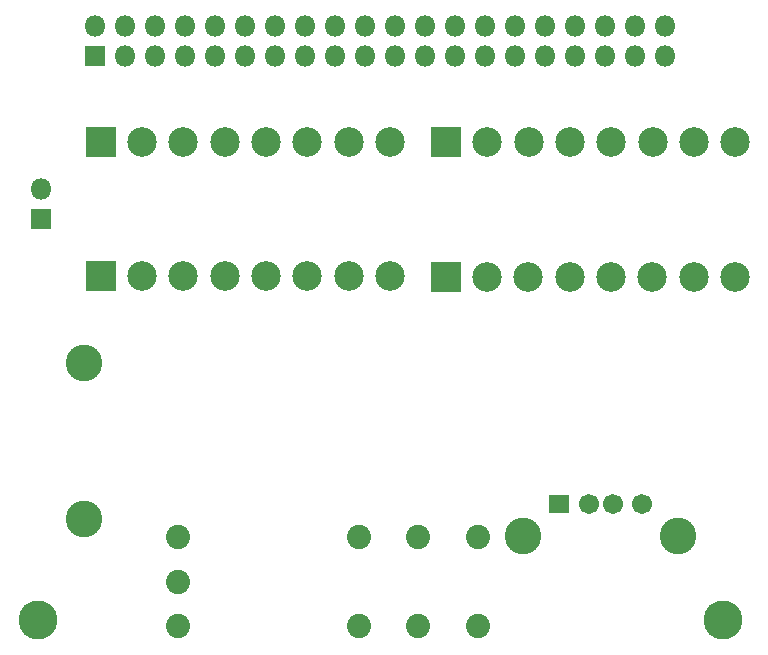
<source format=gbs>
%TF.GenerationSoftware,KiCad,Pcbnew,5.1.6-1.fc31*%
%TF.CreationDate,2020-06-27T23:06:53-07:00*%
%TF.ProjectId,rpi_7seg_alarm_clock,7270695f-3773-4656-975f-616c61726d5f,rev?*%
%TF.SameCoordinates,Original*%
%TF.FileFunction,Soldermask,Bot*%
%TF.FilePolarity,Negative*%
%FSLAX46Y46*%
G04 Gerber Fmt 4.6, Leading zero omitted, Abs format (unit mm)*
G04 Created by KiCad (PCBNEW 5.1.6-1.fc31) date 2020-06-27 23:06:53*
%MOMM*%
%LPD*%
G01*
G04 APERTURE LIST*
%ADD10C,3.301600*%
%ADD11R,2.501600X2.501600*%
%ADD12C,2.501600*%
%ADD13C,3.101600*%
%ADD14R,1.701600X1.601600*%
%ADD15C,1.701600*%
%ADD16O,1.801600X1.801600*%
%ADD17R,1.801600X1.801600*%
%ADD18C,2.051600*%
G04 APERTURE END LIST*
D10*
%TO.C,REF\u002A\u002A*%
X84750000Y-109725000D03*
%TD*%
%TO.C,REF\u002A\u002A*%
X142775000Y-109750000D03*
%TD*%
D11*
%TO.C,J7*%
X90070000Y-69320000D03*
D12*
X93570000Y-69320000D03*
X97070000Y-69320000D03*
X100570000Y-69320000D03*
X104070000Y-69320000D03*
X107570000Y-69320000D03*
X111070000Y-69320000D03*
X114570000Y-69320000D03*
%TD*%
D11*
%TO.C,J4*%
X119285000Y-80680000D03*
D12*
X122785000Y-80680000D03*
X126285000Y-80680000D03*
X129785000Y-80680000D03*
X133285000Y-80680000D03*
X136785000Y-80680000D03*
X140285000Y-80680000D03*
X143785000Y-80680000D03*
%TD*%
D11*
%TO.C,J5*%
X90075000Y-80670000D03*
D12*
X93575000Y-80670000D03*
X97075000Y-80670000D03*
X100575000Y-80670000D03*
X104075000Y-80670000D03*
X107575000Y-80670000D03*
X111075000Y-80670000D03*
X114575000Y-80670000D03*
%TD*%
D11*
%TO.C,J6*%
X119300000Y-69320000D03*
D12*
X122800000Y-69320000D03*
X126300000Y-69320000D03*
X129800000Y-69320000D03*
X133300000Y-69320000D03*
X136800000Y-69320000D03*
X140300000Y-69320000D03*
X143800000Y-69320000D03*
%TD*%
D13*
%TO.C,BT1*%
X88646000Y-88040000D03*
X88646000Y-101240000D03*
%TD*%
%TO.C,J1*%
X125840000Y-102680000D03*
X138980000Y-102680000D03*
D14*
X128910000Y-99970000D03*
D15*
X131410000Y-99970000D03*
X133410000Y-99970000D03*
X135910000Y-99970000D03*
%TD*%
D16*
%TO.C,J2*%
X137880000Y-59460000D03*
X137880000Y-62000000D03*
X135340000Y-59460000D03*
X135340000Y-62000000D03*
X132800000Y-59460000D03*
X132800000Y-62000000D03*
X130260000Y-59460000D03*
X130260000Y-62000000D03*
X127720000Y-59460000D03*
X127720000Y-62000000D03*
X125180000Y-59460000D03*
X125180000Y-62000000D03*
X122640000Y-59460000D03*
X122640000Y-62000000D03*
X120100000Y-59460000D03*
X120100000Y-62000000D03*
X117560000Y-59460000D03*
X117560000Y-62000000D03*
X115020000Y-59460000D03*
X115020000Y-62000000D03*
X112480000Y-59460000D03*
X112480000Y-62000000D03*
X109940000Y-59460000D03*
X109940000Y-62000000D03*
X107400000Y-59460000D03*
X107400000Y-62000000D03*
X104860000Y-59460000D03*
X104860000Y-62000000D03*
X102320000Y-59460000D03*
X102320000Y-62000000D03*
X99780000Y-59460000D03*
X99780000Y-62000000D03*
X97240000Y-59460000D03*
X97240000Y-62000000D03*
X94700000Y-59460000D03*
X94700000Y-62000000D03*
X92160000Y-59460000D03*
X92160000Y-62000000D03*
X89620000Y-59460000D03*
D17*
X89620000Y-62000000D03*
%TD*%
%TO.C,J3*%
X85025000Y-75840000D03*
D16*
X85025000Y-73300000D03*
%TD*%
D18*
%TO.C,K1*%
X111910000Y-110230000D03*
X111910000Y-102730000D03*
X116950000Y-102730000D03*
X116950000Y-110230000D03*
X121990000Y-110230000D03*
X121990000Y-102730000D03*
X96650000Y-102730000D03*
X96650000Y-110230000D03*
X96650000Y-106540000D03*
%TD*%
M02*

</source>
